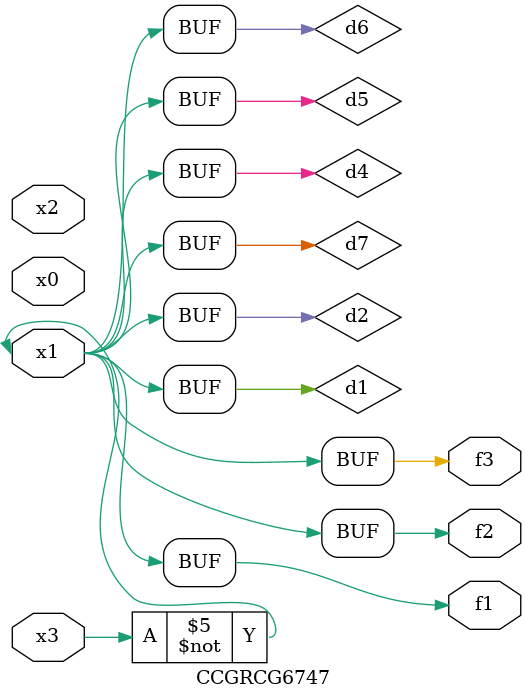
<source format=v>
module CCGRCG6747(
	input x0, x1, x2, x3,
	output f1, f2, f3
);

	wire d1, d2, d3, d4, d5, d6, d7;

	not (d1, x3);
	buf (d2, x1);
	xnor (d3, d1, d2);
	nor (d4, d1);
	buf (d5, d1, d2);
	buf (d6, d4, d5);
	nand (d7, d4);
	assign f1 = d6;
	assign f2 = d7;
	assign f3 = d6;
endmodule

</source>
